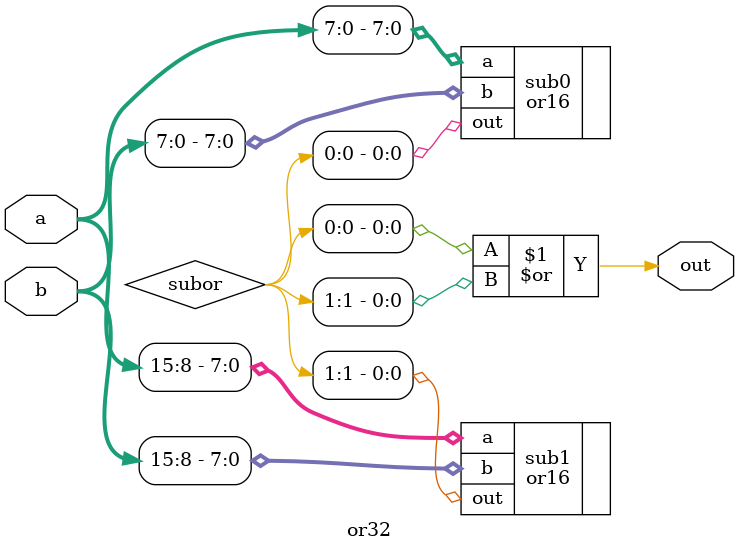
<source format=v>
module or32 (a, b, out);
    
    input [15:0] a;
    input [15:0] b;
    
    output out;
    
    wire [1:0] subor;
    
    or16 sub0 (.a(a[7:0]), .b(b[7:0]), .out(subor[0]));
    or16 sub1 (.a(a[15:8]), .b(b[15:8]), .out(subor[1]));
    
    assign out = subor[0] | subor[1];
    
endmodule

</source>
